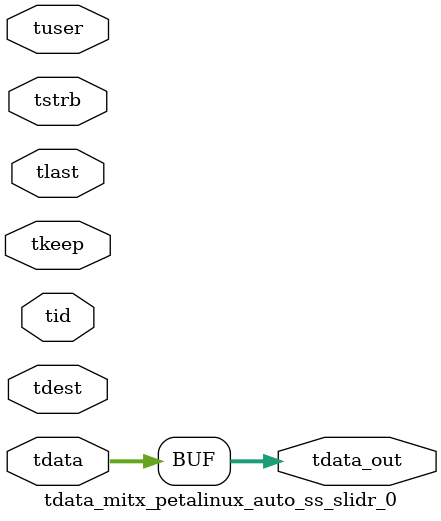
<source format=v>


`timescale 1ps/1ps

module tdata_mitx_petalinux_auto_ss_slidr_0 #
(
parameter C_S_AXIS_TDATA_WIDTH = 32,
parameter C_S_AXIS_TUSER_WIDTH = 0,
parameter C_S_AXIS_TID_WIDTH   = 0,
parameter C_S_AXIS_TDEST_WIDTH = 0,
parameter C_M_AXIS_TDATA_WIDTH = 32
)
(
input  [(C_S_AXIS_TDATA_WIDTH == 0 ? 1 : C_S_AXIS_TDATA_WIDTH)-1:0     ] tdata,
input  [(C_S_AXIS_TUSER_WIDTH == 0 ? 1 : C_S_AXIS_TUSER_WIDTH)-1:0     ] tuser,
input  [(C_S_AXIS_TID_WIDTH   == 0 ? 1 : C_S_AXIS_TID_WIDTH)-1:0       ] tid,
input  [(C_S_AXIS_TDEST_WIDTH == 0 ? 1 : C_S_AXIS_TDEST_WIDTH)-1:0     ] tdest,
input  [(C_S_AXIS_TDATA_WIDTH/8)-1:0 ] tkeep,
input  [(C_S_AXIS_TDATA_WIDTH/8)-1:0 ] tstrb,
input                                                                    tlast,
output [C_M_AXIS_TDATA_WIDTH-1:0] tdata_out
);

assign tdata_out = {tdata[31:0]};

endmodule


</source>
